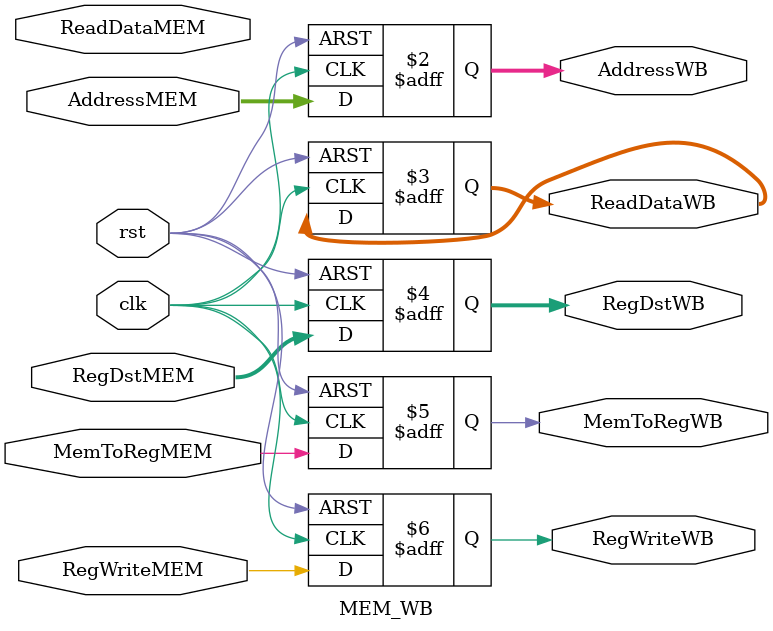
<source format=sv>
`timescale 1 us/ 1 us
module MEM_WB(input clk,rst,MemToRegMEM,RegWriteMEM,input [31:0]AddressMEM,ReadDataMEM,input [4:0]RegDstMEM,output reg [31:0]AddressWB,ReadDataWB,output reg [4:0]RegDstWB,output reg MemToRegWB,RegWriteWB);
  
  always@ (posedge clk,posedge rst) begin
    if(rst)begin AddressWB=0; ReadDataWB=0; RegDstWB=0;
    MemToRegWB=0; RegWriteWB=0; end
    else begin AddressWB=AddressMEM; ReadDataWB=ReadDataWB; RegDstWB=RegDstMEM;
    MemToRegWB=MemToRegMEM; RegWriteWB=RegWriteMEM; end
end
endmodule


</source>
